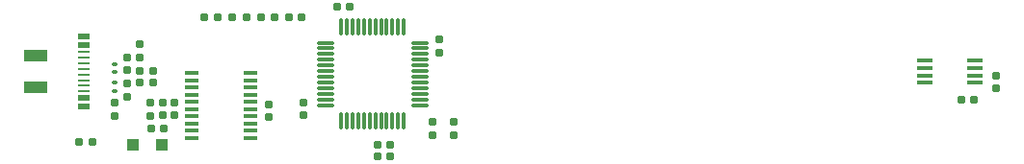
<source format=gbr>
%TF.GenerationSoftware,KiCad,Pcbnew,(6.0.1)*%
%TF.CreationDate,2022-11-23T23:22:51+01:00*%
%TF.ProjectId,usb-magnetometer,7573622d-6d61-4676-9e65-746f6d657465,rev?*%
%TF.SameCoordinates,Original*%
%TF.FileFunction,Paste,Top*%
%TF.FilePolarity,Positive*%
%FSLAX46Y46*%
G04 Gerber Fmt 4.6, Leading zero omitted, Abs format (unit mm)*
G04 Created by KiCad (PCBNEW (6.0.1)) date 2022-11-23 23:22:51*
%MOMM*%
%LPD*%
G01*
G04 APERTURE LIST*
G04 Aperture macros list*
%AMRoundRect*
0 Rectangle with rounded corners*
0 $1 Rounding radius*
0 $2 $3 $4 $5 $6 $7 $8 $9 X,Y pos of 4 corners*
0 Add a 4 corners polygon primitive as box body*
4,1,4,$2,$3,$4,$5,$6,$7,$8,$9,$2,$3,0*
0 Add four circle primitives for the rounded corners*
1,1,$1+$1,$2,$3*
1,1,$1+$1,$4,$5*
1,1,$1+$1,$6,$7*
1,1,$1+$1,$8,$9*
0 Add four rect primitives between the rounded corners*
20,1,$1+$1,$2,$3,$4,$5,0*
20,1,$1+$1,$4,$5,$6,$7,0*
20,1,$1+$1,$6,$7,$8,$9,0*
20,1,$1+$1,$8,$9,$2,$3,0*%
G04 Aperture macros list end*
%ADD10RoundRect,0.155000X-0.155000X0.212500X-0.155000X-0.212500X0.155000X-0.212500X0.155000X0.212500X0*%
%ADD11RoundRect,0.160000X-0.160000X0.197500X-0.160000X-0.197500X0.160000X-0.197500X0.160000X0.197500X0*%
%ADD12RoundRect,0.050000X0.200000X-0.100000X0.200000X0.100000X-0.200000X0.100000X-0.200000X-0.100000X0*%
%ADD13RoundRect,0.160000X-0.197500X-0.160000X0.197500X-0.160000X0.197500X0.160000X-0.197500X0.160000X0*%
%ADD14RoundRect,0.075000X0.075000X-0.662500X0.075000X0.662500X-0.075000X0.662500X-0.075000X-0.662500X0*%
%ADD15RoundRect,0.075000X0.662500X-0.075000X0.662500X0.075000X-0.662500X0.075000X-0.662500X-0.075000X0*%
%ADD16RoundRect,0.155000X0.155000X-0.212500X0.155000X0.212500X-0.155000X0.212500X-0.155000X-0.212500X0*%
%ADD17R,1.000000X1.000000*%
%ADD18R,2.000000X1.000000*%
%ADD19R,1.000000X0.520000*%
%ADD20R,1.000000X0.270000*%
%ADD21RoundRect,0.155000X0.212500X0.155000X-0.212500X0.155000X-0.212500X-0.155000X0.212500X-0.155000X0*%
%ADD22RoundRect,0.160000X0.197500X0.160000X-0.197500X0.160000X-0.197500X-0.160000X0.197500X-0.160000X0*%
%ADD23RoundRect,0.155000X-0.212500X-0.155000X0.212500X-0.155000X0.212500X0.155000X-0.212500X0.155000X0*%
%ADD24R,1.450000X0.450000*%
%ADD25RoundRect,0.050000X-0.200000X0.100000X-0.200000X-0.100000X0.200000X-0.100000X0.200000X0.100000X0*%
%ADD26R,1.200000X0.400000*%
%ADD27RoundRect,0.160000X0.160000X-0.197500X0.160000X0.197500X-0.160000X0.197500X-0.160000X-0.197500X0*%
G04 APERTURE END LIST*
D10*
%TO.C,C7*%
X85600000Y-140282500D03*
X85600000Y-141417500D03*
%TD*%
D11*
%TO.C,R8*%
X85000000Y-147502500D03*
X85000000Y-148697500D03*
%TD*%
D12*
%TO.C,D2*%
X57000000Y-143150000D03*
X57000000Y-142450000D03*
%TD*%
D13*
%TO.C,R3*%
X59202500Y-144100000D03*
X60397500Y-144100000D03*
%TD*%
D14*
%TO.C,U3*%
X76950000Y-147462500D03*
X77450000Y-147462500D03*
X77950000Y-147462500D03*
X78450000Y-147462500D03*
X78950000Y-147462500D03*
X79450000Y-147462500D03*
X79950000Y-147462500D03*
X80450000Y-147462500D03*
X80950000Y-147462500D03*
X81450000Y-147462500D03*
X81950000Y-147462500D03*
X82450000Y-147462500D03*
D15*
X83862500Y-146050000D03*
X83862500Y-145550000D03*
X83862500Y-145050000D03*
X83862500Y-144550000D03*
X83862500Y-144050000D03*
X83862500Y-143550000D03*
X83862500Y-143050000D03*
X83862500Y-142550000D03*
X83862500Y-142050000D03*
X83862500Y-141550000D03*
X83862500Y-141050000D03*
X83862500Y-140550000D03*
D14*
X82450000Y-139137500D03*
X81950000Y-139137500D03*
X81450000Y-139137500D03*
X80950000Y-139137500D03*
X80450000Y-139137500D03*
X79950000Y-139137500D03*
X79450000Y-139137500D03*
X78950000Y-139137500D03*
X78450000Y-139137500D03*
X77950000Y-139137500D03*
X77450000Y-139137500D03*
X76950000Y-139137500D03*
D15*
X75537500Y-140550000D03*
X75537500Y-141050000D03*
X75537500Y-141550000D03*
X75537500Y-142050000D03*
X75537500Y-142550000D03*
X75537500Y-143050000D03*
X75537500Y-143550000D03*
X75537500Y-144050000D03*
X75537500Y-144550000D03*
X75537500Y-145050000D03*
X75537500Y-145550000D03*
X75537500Y-146050000D03*
%TD*%
D16*
%TO.C,C3*%
X58100000Y-143000000D03*
X58100000Y-141865000D03*
%TD*%
D11*
%TO.C,R2*%
X57000000Y-145802500D03*
X57000000Y-146997500D03*
%TD*%
D10*
%TO.C,C5*%
X62300000Y-145832500D03*
X62300000Y-146967500D03*
%TD*%
D17*
%TO.C,D3*%
X58650000Y-149600000D03*
X61150000Y-149600000D03*
%TD*%
D11*
%TO.C,R7*%
X86800000Y-147502500D03*
X86800000Y-148697500D03*
%TD*%
D18*
%TO.C,J1*%
X50100000Y-144500000D03*
X50100000Y-141700000D03*
D19*
X54300000Y-140000000D03*
X54300000Y-140750000D03*
D20*
X54300000Y-141350000D03*
X54300000Y-142850000D03*
X54300000Y-143850000D03*
X54300000Y-144850000D03*
D19*
X54300000Y-145450000D03*
X54300000Y-146200000D03*
X54300000Y-146200000D03*
X54300000Y-145450000D03*
D20*
X54300000Y-144350000D03*
X54300000Y-143350000D03*
X54300000Y-142350000D03*
X54300000Y-141850000D03*
D19*
X54300000Y-140750000D03*
X54300000Y-140000000D03*
%TD*%
D21*
%TO.C,C8*%
X81267500Y-149550000D03*
X80132500Y-149550000D03*
%TD*%
D16*
%TO.C,C12*%
X73600000Y-146967500D03*
X73600000Y-145832500D03*
%TD*%
D22*
%TO.C,L2*%
X55097500Y-149300000D03*
X53902500Y-149300000D03*
%TD*%
D13*
%TO.C,R9*%
X64902500Y-138300000D03*
X66097500Y-138300000D03*
%TD*%
%TO.C,R10*%
X67402500Y-138300000D03*
X68597500Y-138300000D03*
%TD*%
D16*
%TO.C,C4*%
X70600000Y-147135000D03*
X70600000Y-146000000D03*
%TD*%
D23*
%TO.C,C10*%
X76582500Y-137400000D03*
X77717500Y-137400000D03*
%TD*%
D24*
%TO.C,U2*%
X128200000Y-142125000D03*
X128200000Y-142775000D03*
X128200000Y-143425000D03*
X128200000Y-144075000D03*
X132600000Y-144075000D03*
X132600000Y-143425000D03*
X132600000Y-142775000D03*
X132600000Y-142125000D03*
%TD*%
D21*
%TO.C,C11*%
X132567500Y-145600000D03*
X131432500Y-145600000D03*
%TD*%
D25*
%TO.C,D1*%
X57000000Y-144082500D03*
X57000000Y-144782500D03*
%TD*%
D26*
%TO.C,U1*%
X69000000Y-148957500D03*
X69000000Y-148322500D03*
X69000000Y-147687500D03*
X69000000Y-147052500D03*
X69000000Y-146417500D03*
X69000000Y-145782500D03*
X69000000Y-145147500D03*
X69000000Y-144512500D03*
X69000000Y-143877500D03*
X69000000Y-143242500D03*
X63800000Y-143242500D03*
X63800000Y-143877500D03*
X63800000Y-144512500D03*
X63800000Y-145147500D03*
X63800000Y-145782500D03*
X63800000Y-146417500D03*
X63800000Y-147052500D03*
X63800000Y-147687500D03*
X63800000Y-148322500D03*
X63800000Y-148957500D03*
%TD*%
D10*
%TO.C,C6*%
X61300000Y-145832500D03*
X61300000Y-146967500D03*
%TD*%
D27*
%TO.C,R1*%
X59200000Y-141897500D03*
X59200000Y-140702500D03*
%TD*%
D23*
%TO.C,C14*%
X72332500Y-138300000D03*
X73467500Y-138300000D03*
%TD*%
D13*
%TO.C,R11*%
X69902500Y-138300000D03*
X71097500Y-138300000D03*
%TD*%
D21*
%TO.C,C13*%
X81267500Y-150600000D03*
X80132500Y-150600000D03*
%TD*%
D13*
%TO.C,R4*%
X59202500Y-143032500D03*
X60397500Y-143032500D03*
%TD*%
D16*
%TO.C,C9*%
X134500000Y-144567500D03*
X134500000Y-143432500D03*
%TD*%
D10*
%TO.C,C2*%
X58100000Y-144165000D03*
X58100000Y-145300000D03*
%TD*%
D27*
%TO.C,L1*%
X60200000Y-146997500D03*
X60200000Y-145802500D03*
%TD*%
D23*
%TO.C,C1*%
X60232500Y-148100000D03*
X61367500Y-148100000D03*
%TD*%
M02*

</source>
